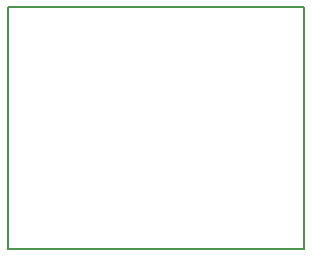
<source format=gm1>
G04 #@! TF.FileFunction,Profile,NP*
%FSLAX46Y46*%
G04 Gerber Fmt 4.6, Leading zero omitted, Abs format (unit mm)*
G04 Created by KiCad (PCBNEW 4.0.2-stable) date Sun 24 Apr 2016 07:38:59 PM AKDT*
%MOMM*%
G01*
G04 APERTURE LIST*
%ADD10C,0.100000*%
%ADD11C,0.150000*%
G04 APERTURE END LIST*
D10*
D11*
X164500000Y-117500000D02*
X164500000Y-116000000D01*
X139500000Y-117500000D02*
X164500000Y-117500000D01*
X139500000Y-97000000D02*
X139500000Y-117500000D01*
X164500000Y-97000000D02*
X139500000Y-97000000D01*
X164500000Y-116000000D02*
X164500000Y-97000000D01*
M02*

</source>
